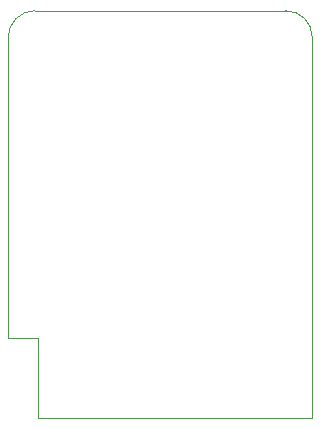
<source format=gbr>
%TF.GenerationSoftware,KiCad,Pcbnew,(6.0.0-0)*%
%TF.CreationDate,2023-07-31T21:51:41+02:00*%
%TF.ProjectId,P1_Gateway,50315f47-6174-4657-9761-792e6b696361,1*%
%TF.SameCoordinates,Original*%
%TF.FileFunction,Profile,NP*%
%FSLAX46Y46*%
G04 Gerber Fmt 4.6, Leading zero omitted, Abs format (unit mm)*
G04 Created by KiCad (PCBNEW (6.0.0-0)) date 2023-07-31 21:51:41*
%MOMM*%
%LPD*%
G01*
G04 APERTURE LIST*
%TA.AperFunction,Profile*%
%ADD10C,0.100000*%
%TD*%
G04 APERTURE END LIST*
D10*
X173500000Y-52500000D02*
G75*
G03*
X171250000Y-54750000I1J-2250001D01*
G01*
X173750000Y-80250000D02*
X171250000Y-80250000D01*
X197000000Y-54750000D02*
G75*
G03*
X194750000Y-52500000I-2250001J-1D01*
G01*
X197000000Y-54750000D02*
X197000000Y-87000000D01*
X171250000Y-80250000D02*
X171250000Y-54750000D01*
X173750000Y-87000000D02*
X173750000Y-80250000D01*
X197000000Y-87000000D02*
X173750000Y-87000000D01*
X171250000Y-80250000D02*
X171250000Y-80250000D01*
X173500000Y-52500000D02*
X194750000Y-52500000D01*
X173750000Y-80250000D02*
X173750000Y-80250000D01*
X173750000Y-80250000D02*
X173750000Y-80250000D01*
X173750000Y-80250000D02*
X173750000Y-80250000D01*
X173750000Y-80250000D02*
X173750000Y-80250000D01*
M02*

</source>
